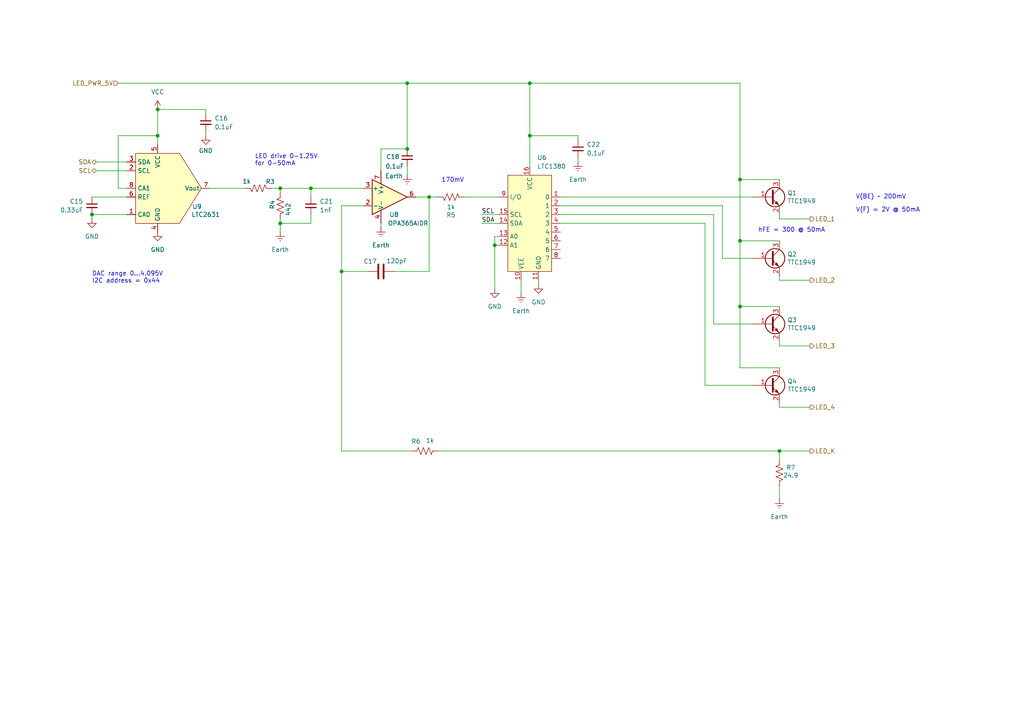
<source format=kicad_sch>
(kicad_sch (version 20250114) (generator "eeschema") (generator_version "9.0")
  (paper "A4")
  (lib_symbols
    (symbol "Amplifier_Operational:OPA365xxD" (pin_names (offset 0.127))
      (property "Reference" "U" (at 0 6.35 0))
      (property "Value" "OPA365xxD" (at 0 3.81 0))
      (symbol "OPA365xxD_0_1"
        (polyline (pts (xy -5.08 5.08) (xy 5.08 0) (xy -5.08 -5.08) (xy -5.08 5.08)) (stroke (width 0.254)) (fill (type background)))
      )
      (symbol "OPA365xxD_1_1"
        (pin input line (at -7.62 2.54 0) (length 2.54) (name "+") (number "3"))
        (pin input line (at -7.62 -2.54 0) (length 2.54) (name "-") (number "2"))
        (pin power_in line (at -2.54 7.62 270) (length 3.81) (name "V+") (number "7"))
        (pin no_connect line (at -2.54 2.54 270) (length 2.54) (hide yes) (name "NC") (number "1"))
        (pin power_in line (at -2.54 -7.62 90) (length 3.81) (name "V-") (number "4"))
        (pin no_connect line (at 0 2.54 270) (length 2.54) (hide yes) (name "NC") (number "5"))
        (pin no_connect line (at 0 -2.54 90) (length 2.54) (hide yes) (name "NC") (number "8"))
        (pin output line (at 7.62 0 180) (length 2.54) (name "~") (number "6"))
      )
    )
    (symbol "Device:C" (pin_numbers (hide yes)) (pin_names (offset 0.254))
      (property "Reference" "C" (at 0.635 2.54 0))
      (property "Value" "C" (at 0.635 -2.54 0))
      (symbol "C_0_1"
        (polyline (pts (xy -2.032 0.762) (xy 2.032 0.762)) (stroke (width 0.508)))
        (polyline (pts (xy -2.032 -0.762) (xy 2.032 -0.762)) (stroke (width 0.508)))
      )
      (symbol "C_1_1"
        (pin passive line (at 0 3.81 270) (length 2.794) (name "~") (number "1"))
        (pin passive line (at 0 -3.81 90) (length 2.794) (name "~") (number "2"))
      )
    )
    (symbol "Device:C_Small" (pin_numbers (hide yes)) (pin_names (offset 0.254) (hide yes))
      (property "Reference" "C" (at 0.254 1.778 0))
      (property "Value" "C_Small" (at 0.254 -2.032 0))
      (symbol "C_Small_0_1"
        (polyline (pts (xy -1.524 0.508) (xy 1.524 0.508)) (stroke (width 0.3048)))
        (polyline (pts (xy -1.524 -0.508) (xy 1.524 -0.508)) (stroke (width 0.3302)))
      )
      (symbol "C_Small_1_1"
        (pin passive line (at 0 2.54 270) (length 2.032) (name "~") (number "1"))
        (pin passive line (at 0 -2.54 90) (length 2.032) (name "~") (number "2"))
      )
    )
    (symbol "Device:R_US" (pin_numbers (hide yes)) (pin_names (offset 0))
      (property "Reference" "R" (at 2.54 0 90))
      (property "Value" "R_US" (at -2.54 0 90))
      (symbol "R_US_0_1"
        (polyline (pts (xy 0 2.286) (xy 0 2.54)))
        (polyline (pts (xy 0 2.286) (xy 1.016 1.905) (xy 0 1.524) (xy -1.016 1.143) (xy 0 0.762)))
        (polyline (pts (xy 0 0.762) (xy 1.016 0.381) (xy 0 0) (xy -1.016 -0.381) (xy 0 -0.762)))
        (polyline (pts (xy 0 -0.762) (xy 1.016 -1.143) (xy 0 -1.524) (xy -1.016 -1.905) (xy 0 -2.286)))
        (polyline (pts (xy 0 -2.286) (xy 0 -2.54)))
      )
      (symbol "R_US_1_1"
        (pin passive line (at 0 3.81 270) (length 1.27) (name "~") (number "1"))
        (pin passive line (at 0 -3.81 90) (length 1.27) (name "~") (number "2"))
      )
    )
    (symbol "my_BJT:TTC1949" (pin_names (offset 0) (hide yes))
      (property "Reference" "Q1" (at 4.8514 1.1684 0))
      (property "Value" "TTC1949" (at 4.8514 -1.143 0))
      (symbol "TTC1949_0_1"
        (polyline (pts (xy 0.635 1.905) (xy 0.635 -1.905) (xy 0.635 -1.905)) (stroke (width 0.508)))
        (polyline (pts (xy 0.635 0.635) (xy 2.54 2.54)))
        (polyline (pts (xy 0.635 -0.635) (xy 2.54 -2.54) (xy 2.54 -2.54)))
        (circle (center 1.27 0) (radius 2.8194) (stroke (width 0.254)))
        (polyline (pts (xy 1.27 -1.778) (xy 1.778 -1.27) (xy 2.286 -2.286) (xy 1.27 -1.778) (xy 1.27 -1.778)) (fill (type outline)))
      )
      (symbol "TTC1949_1_1"
        (pin input line (at -5.08 0 0) (length 5.715) (name "B") (number "1"))
        (pin passive line (at 2.54 5.08 270) (length 2.54) (name "C") (number "3"))
        (pin passive line (at 2.54 -5.08 90) (length 2.54) (name "E") (number "2"))
      )
    )
    (symbol "my_LTC1380:LTC1380"
      (property "Reference" "U" (at 9.652 9.144 0))
      (symbol "LTC1380_1_1"
        (rectangle (start 0 6.35) (end 12.7 -21.59) (fill (type background)))
        (pin bidirectional line (at -2.54 0 0) (length 2.54) (name "I/O") (number "9"))
        (pin bidirectional line (at -2.54 -5.08 0) (length 2.54) (name "SCL") (number "15"))
        (pin bidirectional line (at -2.54 -7.62 0) (length 2.54) (name "SDA") (number "14"))
        (pin input line (at -2.54 -11.43 0) (length 2.54) (name "A0") (number "13"))
        (pin input line (at -2.54 -13.97 0) (length 2.54) (name "A1") (number "12"))
        (pin power_in line (at 3.81 -24.13 90) (length 2.54) (name "VEE") (number "10"))
        (pin power_in line (at 6.35 8.89 270) (length 2.54) (name "VCC") (number "16"))
        (pin power_out line (at 8.89 -24.13 90) (length 2.54) (name "GND") (number "11"))
        (pin bidirectional line (at 15.24 0 180) (length 2.54) (name "0") (number "1"))
        (pin bidirectional line (at 15.24 -2.54 180) (length 2.54) (name "1") (number "2"))
        (pin bidirectional line (at 15.24 -5.08 180) (length 2.54) (name "2") (number "3"))
        (pin bidirectional line (at 15.24 -7.62 180) (length 2.54) (name "3") (number "4"))
        (pin bidirectional line (at 15.24 -10.16 180) (length 2.54) (name "4") (number "5"))
        (pin bidirectional line (at 15.24 -12.7 180) (length 2.54) (name "5") (number "6"))
        (pin bidirectional line (at 15.24 -15.24 180) (length 2.54) (name "6") (number "7"))
        (pin bidirectional line (at 15.24 -17.78 180) (length 2.54) (name "7") (number "8"))
      )
    )
    (symbol "my_LTC2631:LTC2631"
      (property "Reference" "U9" (at 17.78 -16.764 0))
      (property "Value" "LTC2631" (at 20.32 -19.05 0))
      (symbol "LTC2631_1_1"
        (polyline (pts (xy 19.05 -11.43) (xy 12.7 -1.27) (xy 0 -1.27) (xy 0 -21.59) (xy 12.7 -21.59) (xy 19.05 -11.43)) (fill (type background)))
        (pin passive line (at -2.54 -3.81 0) (length 2.54) (name "SDA") (number "3"))
        (pin passive line (at -2.54 -6.35 0) (length 2.54) (name "SCL") (number "2"))
        (pin passive line (at -2.54 -11.43 0) (length 2.54) (name "CA1") (number "8"))
        (pin passive line (at -2.54 -13.97 0) (length 2.54) (name "REF") (number "6"))
        (pin passive line (at -2.54 -19.05 0) (length 2.54) (name "CA0") (number "1"))
        (pin passive line (at 6.35 1.27 270) (length 2.54) (name "VCC") (number "5"))
        (pin passive line (at 6.35 -24.13 90) (length 2.54) (name "GND") (number "4"))
        (pin passive line (at 21.59 -11.43 180) (length 2.54) (name "Vout") (number "7"))
      )
    )
    (symbol "power:Earth" (power) (pin_numbers (hide yes)) (pin_names (offset 0) (hide yes))
      (property "Value" "Earth" (at 0 -3.81 0))
      (symbol "Earth_0_1"
        (polyline (pts (xy -0.635 -1.905) (xy 0.635 -1.905)))
        (polyline (pts (xy -0.127 -2.54) (xy 0.127 -2.54)))
        (polyline (pts (xy 0 -1.27) (xy 0 0)))
        (polyline (pts (xy 1.27 -1.27) (xy -1.27 -1.27)))
      )
      (symbol "Earth_1_1"
        (pin power_in line (at 0 0 270) (length 0) (name "~") (number "1"))
      )
    )
    (symbol "power:GND" (power) (pin_numbers (hide yes)) (pin_names (offset 0) (hide yes))
      (property "Value" "GND" (at 0 -3.81 0))
      (symbol "GND_0_1"
        (polyline (pts (xy 0 0) (xy 0 -1.27) (xy 1.27 -1.27) (xy 0 -2.54) (xy -1.27 -1.27) (xy 0 -1.27)))
      )
      (symbol "GND_1_1"
        (pin power_in line (at 0 0 270) (length 0) (name "~") (number "1"))
      )
    )
    (symbol "power:VCC" (power) (pin_numbers (hide yes)) (pin_names (offset 0) (hide yes))
      (property "Value" "VCC" (at 0 3.556 0))
      (symbol "VCC_0_1"
        (polyline (pts (xy -0.762 1.27) (xy 0 2.54)))
        (polyline (pts (xy 0 2.54) (xy 0.762 1.27)))
        (polyline (pts (xy 0 0) (xy 0 2.54)))
      )
      (symbol "VCC_1_1"
        (pin power_in line (at 0 0 90) (length 0) (name "~") (number "1"))
      )
    )
  )
  (text "DAC range 0...4.095V\nI2C address = 0x44" (at 26.67 82.296 0) (effects (font (size 1.27 1.27)) (justify left bottom)))
  (text "LED drive 0-1.25V\nfor 0-50mA" (at 73.914 46.482 0) (effects (font (size 1.27 1.27)) (justify left)))
  (text "V(BE) ~ 200mV" (at 255.524 57.15 0) (effects (font (size 1.27 1.27))))
  (text "170mV" (at 131.318 52.324 0) (effects (font (size 1.27 1.27))))
  (text "V(F) = 2V @ 50mA" (at 257.556 60.96 0) (effects (font (size 1.27 1.27))))
  (text "hFE = 300 @ 50mA" (at 229.616 66.802 0) (effects (font (size 1.27 1.27))))
  (junction (at 81.28 64.77))
  (junction (at 45.72 39.37))
  (junction (at 45.72 31.75))
  (junction (at 226.06 130.81))
  (junction (at 81.28 54.61))
  (junction (at 26.67 62.23))
  (junction (at 124.46 57.15))
  (junction (at 214.63 52.07))
  (junction (at 214.63 69.85))
  (junction (at 153.67 24.13))
  (junction (at 118.11 24.13))
  (junction (at 153.67 39.37))
  (junction (at 143.51 71.12))
  (junction (at 90.17 54.61))
  (junction (at 99.06 78.74))
  (junction (at 118.11 43.18))
  (junction (at 214.63 88.9))
  (wire (pts (xy 162.56 64.77) (xy 204.47 64.77)))
  (wire (pts (xy 204.47 64.77) (xy 204.47 111.76)))
  (wire (pts (xy 143.51 68.58) (xy 143.51 71.12)))
  (wire (pts (xy 118.11 43.18) (xy 118.11 24.13)))
  (wire (pts (xy 214.63 24.13) (xy 214.63 52.07)))
  (wire (pts (xy 81.28 67.31) (xy 81.28 64.77)))
  (wire (pts (xy 99.06 78.74) (xy 99.06 130.81)))
  (wire (pts (xy 81.28 64.77) (xy 90.17 64.77)))
  (wire (pts (xy 214.63 52.07) (xy 226.06 52.07)))
  (wire (pts (xy 162.56 62.23) (xy 207.01 62.23)))
  (wire (pts (xy 153.67 24.13) (xy 214.63 24.13)))
  (wire (pts (xy 226.06 62.23) (xy 226.06 63.5)))
  (wire (pts (xy 214.63 106.68) (xy 214.63 88.9)))
  (wire (pts (xy 143.51 71.12) (xy 143.51 83.82)))
  (wire (pts (xy 99.06 78.74) (xy 99.06 59.69)))
  (wire (pts (xy 153.67 24.13) (xy 153.67 39.37)))
  (wire (pts (xy 45.72 31.75) (xy 45.72 39.37)))
  (wire (pts (xy 226.06 116.84) (xy 226.06 118.11)))
  (wire (pts (xy 27.94 49.53) (xy 36.83 49.53)))
  (wire (pts (xy 110.49 43.18) (xy 110.49 49.53)))
  (wire (pts (xy 99.06 78.74) (xy 106.68 78.74)))
  (wire (pts (xy 209.55 59.69) (xy 209.55 74.93)))
  (wire (pts (xy 167.64 40.64) (xy 167.64 39.37)))
  (wire (pts (xy 156.21 81.28) (xy 156.21 82.55)))
  (wire (pts (xy 153.67 39.37) (xy 153.67 48.26)))
  (wire (pts (xy 27.94 46.99) (xy 36.83 46.99)))
  (wire (pts (xy 81.28 54.61) (xy 90.17 54.61)))
  (wire (pts (xy 81.28 63.5) (xy 81.28 64.77)))
  (wire (pts (xy 226.06 130.81) (xy 226.06 133.35)))
  (wire (pts (xy 90.17 54.61) (xy 90.17 57.15)))
  (wire (pts (xy 26.67 57.15) (xy 36.83 57.15)))
  (wire (pts (xy 110.49 43.18) (xy 118.11 43.18)))
  (wire (pts (xy 118.11 48.26) (xy 118.11 50.8)))
  (wire (pts (xy 139.7 64.77) (xy 144.78 64.77)))
  (wire (pts (xy 214.63 88.9) (xy 226.06 88.9)))
  (wire (pts (xy 124.46 57.15) (xy 127 57.15)))
  (wire (pts (xy 110.49 64.77) (xy 110.49 66.04)))
  (wire (pts (xy 226.06 140.97) (xy 226.06 144.78)))
  (wire (pts (xy 144.78 68.58) (xy 143.51 68.58)))
  (wire (pts (xy 207.01 62.23) (xy 207.01 93.98)))
  (wire (pts (xy 120.65 57.15) (xy 124.46 57.15)))
  (wire (pts (xy 59.69 33.02) (xy 59.69 31.75)))
  (wire (pts (xy 78.74 54.61) (xy 81.28 54.61)))
  (wire (pts (xy 214.63 69.85) (xy 214.63 52.07)))
  (wire (pts (xy 226.06 99.06) (xy 226.06 100.33)))
  (wire (pts (xy 127 130.81) (xy 226.06 130.81)))
  (wire (pts (xy 26.67 62.23) (xy 36.83 62.23)))
  (wire (pts (xy 99.06 59.69) (xy 105.41 59.69)))
  (wire (pts (xy 143.51 71.12) (xy 144.78 71.12)))
  (wire (pts (xy 151.13 81.28) (xy 151.13 85.09)))
  (wire (pts (xy 34.29 54.61) (xy 34.29 39.37)))
  (wire (pts (xy 214.63 88.9) (xy 214.63 69.85)))
  (wire (pts (xy 114.3 78.74) (xy 124.46 78.74)))
  (wire (pts (xy 226.06 81.28) (xy 234.95 81.28)))
  (wire (pts (xy 59.69 39.37) (xy 59.69 38.1)))
  (wire (pts (xy 45.72 31.75) (xy 59.69 31.75)))
  (wire (pts (xy 34.29 39.37) (xy 45.72 39.37)))
  (wire (pts (xy 81.28 54.61) (xy 81.28 55.88)))
  (wire (pts (xy 209.55 74.93) (xy 218.44 74.93)))
  (wire (pts (xy 162.56 59.69) (xy 209.55 59.69)))
  (wire (pts (xy 119.38 130.81) (xy 99.06 130.81)))
  (wire (pts (xy 34.29 24.13) (xy 118.11 24.13)))
  (wire (pts (xy 162.56 57.15) (xy 218.44 57.15)))
  (wire (pts (xy 26.67 63.5) (xy 26.67 62.23)))
  (wire (pts (xy 226.06 130.81) (xy 234.95 130.81)))
  (wire (pts (xy 226.06 63.5) (xy 234.95 63.5)))
  (wire (pts (xy 204.47 111.76) (xy 218.44 111.76)))
  (wire (pts (xy 134.62 57.15) (xy 144.78 57.15)))
  (wire (pts (xy 226.06 100.33) (xy 234.95 100.33)))
  (wire (pts (xy 226.06 118.11) (xy 234.95 118.11)))
  (wire (pts (xy 139.7 62.23) (xy 144.78 62.23)))
  (wire (pts (xy 90.17 62.23) (xy 90.17 64.77)))
  (wire (pts (xy 118.11 24.13) (xy 153.67 24.13)))
  (wire (pts (xy 207.01 93.98) (xy 218.44 93.98)))
  (wire (pts (xy 214.63 106.68) (xy 226.06 106.68)))
  (wire (pts (xy 167.64 46.99) (xy 167.64 45.72)))
  (wire (pts (xy 60.96 54.61) (xy 71.12 54.61)))
  (wire (pts (xy 153.67 39.37) (xy 167.64 39.37)))
  (wire (pts (xy 226.06 80.01) (xy 226.06 81.28)))
  (wire (pts (xy 214.63 69.85) (xy 226.06 69.85)))
  (wire (pts (xy 124.46 78.74) (xy 124.46 57.15)))
  (wire (pts (xy 90.17 54.61) (xy 105.41 54.61)))
  (wire (pts (xy 45.72 39.37) (xy 45.72 41.91)))
  (wire (pts (xy 36.83 54.61) (xy 34.29 54.61)))
  (label "SCL" (at 139.7 62.23 0))
  (label "SDA" (at 139.7 64.77 0))
  (hierarchical_label "LED_K" (shape output) (at 234.95 130.81 0))
  (hierarchical_label "LED_PWR_5V" (shape input) (at 34.29 24.13 180))
  (hierarchical_label "LED_1" (shape output) (at 234.95 63.5 0))
  (hierarchical_label "LED_2" (shape output) (at 234.95 81.28 0))
  (hierarchical_label "SDA" (shape bidirectional) (at 27.94 46.99 180))
  (hierarchical_label "LED_3" (shape output) (at 234.95 100.33 0))
  (hierarchical_label "SCL" (shape bidirectional) (at 27.94 49.53 180))
  (hierarchical_label "LED_4" (shape output) (at 234.95 118.11 0))
  (symbol (lib_id "Device:R_US") (at 123.19 130.81 270) (unit 1)
    (property "Reference" "R6" (at 120.65 128.016 90))
    (property "Value" "1k" (at 124.714 127.762 90))
    (property "Footprint" "Resistor_SMD:R_0805_2012Metric_Pad1.20x1.40mm_HandSolder" (effects (hide yes)))
    (property "Description" "Resistor, US symbol" (effects (hide yes)))
    (property "DigikeyNumber" "541-1.00KCCT-ND" (effects (hide yes)))
    (property "ManufacturerNumber" "CRCW08051K00FKEA" (effects (hide yes)))
  )
  (symbol (lib_id "Device:R_US") (at 130.81 57.15 270) (mirror x) (unit 1)
    (property "Reference" "R5" (at 130.81 62.357 90))
    (property "Value" "1k" (at 130.81 60.0456 90))
    (property "Footprint" "Resistor_SMD:R_0805_2012Metric_Pad1.20x1.40mm_HandSolder" (effects (hide yes)))
    (property "Description" "Resistor, US symbol" (effects (hide yes)))
    (property "DigikeyNumber" "541-1.00KCCT-ND" (effects (hide yes)))
    (property "ManufacturerNumber" "CRCW08051K00FKEA" (effects (hide yes)))
  )
  (symbol (lib_id "Device:R_US") (at 226.06 137.16 0) (mirror x) (unit 1)
    (property "Reference" "R7" (at 229.362 134.874 0) (effects (justify bottom)))
    (property "Value" "24.9" (at 229.362 137.16 0) (effects (justify bottom)))
    (property "Footprint" "Resistor_SMD:R_1206_3216Metric" (effects (hide yes)))
    (property "Description" "Resistor, US symbol" (effects (hide yes)))
    (property "DigikeyNumber" "541-CRCW120624R9FKEAHPCT-ND" (effects (hide yes)))
    (property "ManufacturerNumber" "CRCW120624R9FKEAHP" (effects (hide yes)))
  )
  (symbol (lib_id "my_BJT:TTC1949") (at 223.52 57.15 0) (unit 1)
    (property "Reference" "Q1" (at 228.3714 55.9816 0) (effects (justify left)))
    (property "Value" "TTC1949" (at 228.3714 58.293 0) (effects (justify left)))
    (property "Footprint" "Package_TO_SOT_SMD:SC-59" (effects (hide yes)))
    (property "DigikeyNumber" "TTC1949-GRLFCT-ND" (effects (hide yes)))
    (property "ManufacturerNumber" "TTC1949-GR,LF" (effects (hide yes)))
  )
  (symbol (lib_id "my_LTC1380:LTC1380") (at 147.32 57.15 0) (unit 1)
    (property "Reference" "U6" (at 155.8133 45.72 0) (effects (justify left)))
    (property "Value" "LTC1380" (at 155.8133 48.26 0) (effects (justify left)))
    (property "Footprint" "Package_SO:SOIC-16_3.9x9.9mm_P1.27mm" (effects (hide yes)))
    (property "DigikeyNumber" "505-LTC1380CS#PBF-ND" (effects (hide yes)))
    (property "ManufacturerNumber" "LTC1380CS#PBF" (effects (hide yes)))
  )
  (symbol (lib_id "my_BJT:TTC1949") (at 223.52 93.98 0) (unit 1)
    (property "Reference" "Q3" (at 228.3714 92.8116 0) (effects (justify left)))
    (property "Value" "TTC1949" (at 228.3714 95.123 0) (effects (justify left)))
    (property "Footprint" "Package_TO_SOT_SMD:SC-59" (effects (hide yes)))
    (property "DigikeyNumber" "TTC1949-GRLFCT-ND" (effects (hide yes)))
    (property "ManufacturerNumber" "TTC1949-GR,LF" (effects (hide yes)))
  )
  (symbol (lib_id "power:GND") (at 143.51 83.82 0) (unit 1)
    (property "Reference" "#PWR048" (effects (hide yes)))
    (property "Value" "GND" (at 143.51 88.9 0))
    (property "Description" "Power symbol creates a global label with name \"GND\" , ground" (effects (hide yes)))
  )
  (symbol (lib_id "power:Earth") (at 167.64 46.99 0) (unit 1)
    (property "Reference" "#PWR039" (effects (hide yes)))
    (property "Value" "Earth" (at 167.64 52.07 0))
    (property "Description" "Power symbol creates a global label with name \"Earth\"" (effects (hide yes)))
  )
  (symbol (lib_id "power:Earth") (at 81.28 67.31 0) (unit 1)
    (property "Reference" "#PWR033" (effects (hide yes)))
    (property "Value" "Earth" (at 81.28 72.39 0))
    (property "Description" "Power symbol creates a global label with name \"Earth\"" (effects (hide yes)))
  )
  (symbol (lib_id "power:GND") (at 45.72 67.31 0) (unit 1)
    (property "Reference" "#PWR038" (effects (hide yes)))
    (property "Value" "GND" (at 45.72 72.39 0))
    (property "Description" "Power symbol creates a global label with name \"GND\" , ground" (effects (hide yes)))
  )
  (symbol (lib_id "Device:R_US") (at 81.28 59.69 0) (mirror y) (unit 1)
    (property "Reference" "R4" (at 78.994 59.3598 90))
    (property "Value" "442" (at 83.5914 60.7568 90))
    (property "Footprint" "Resistor_SMD:R_0805_2012Metric_Pad1.20x1.40mm_HandSolder" (effects (hide yes)))
    (property "Description" "Resistor, US symbol" (effects (hide yes)))
    (property "DigikeyNumber" "311-442CRCT-ND" (effects (hide yes)))
    (property "ManufacturerNumber" "RC0805FR-07442RL" (effects (hide yes)))
  )
  (symbol (lib_id "power:GND") (at 26.67 63.5 0) (unit 1)
    (property "Reference" "#PWR031" (effects (hide yes)))
    (property "Value" "GND" (at 26.67 68.58 0))
    (property "Description" "Power symbol creates a global label with name \"GND\" , ground" (effects (hide yes)))
  )
  (symbol (lib_id "power:Earth") (at 226.06 144.78 0) (unit 1)
    (property "Reference" "#PWR037" (effects (hide yes)))
    (property "Value" "Earth" (at 226.06 149.86 0))
    (property "Description" "Power symbol creates a global label with name \"Earth\"" (effects (hide yes)))
  )
  (symbol (lib_id "my_BJT:TTC1949") (at 223.52 111.76 0) (unit 1)
    (property "Reference" "Q4" (at 228.3714 110.5916 0) (effects (justify left)))
    (property "Value" "TTC1949" (at 228.3714 112.903 0) (effects (justify left)))
    (property "Footprint" "Package_TO_SOT_SMD:SC-59" (effects (hide yes)))
    (property "DigikeyNumber" "TTC1949-GRLFCT-ND" (effects (hide yes)))
    (property "ManufacturerNumber" "TTC1949-GR,LF" (effects (hide yes)))
  )
  (symbol (lib_id "Device:C_Small") (at 118.11 45.72 0) (unit 1)
    (property "Reference" "C18" (at 112.014 45.466 0) (effects (justify left)))
    (property "Value" "0.1uF" (at 111.76 48.26 0) (effects (justify left)))
    (property "Footprint" "Capacitor_SMD:C_0805_2012Metric_Pad1.18x1.45mm_HandSolder" (effects (hide yes)))
    (property "Description" "Unpolarized capacitor, small symbol" (effects (hide yes)))
    (property "DigikeyNumber" "478-KGM21NR71H104KTCT-ND" (effects (hide yes)))
    (property "ManufacturerNumber" "KGM21NR71H104KT" (effects (hide yes)))
  )
  (symbol (lib_id "power:VCC") (at 45.72 31.75 0) (unit 1)
    (property "Reference" "#PWR047" (effects (hide yes)))
    (property "Value" "VCC" (at 45.72 26.67 0))
    (property "Description" "Power symbol creates a global label with name \"VCC\"" (effects (hide yes)))
  )
  (symbol (lib_id "power:Earth") (at 110.49 66.04 0) (unit 1)
    (property "Reference" "#PWR035" (effects (hide yes)))
    (property "Value" "Earth" (at 110.49 71.12 0))
    (property "Description" "Power symbol creates a global label with name \"Earth\"" (effects (hide yes)))
  )
  (symbol (lib_id "power:Earth") (at 118.11 50.8 0) (unit 1)
    (property "Reference" "#PWR036" (effects (hide yes)))
    (property "Value" "Earth" (at 114.3 51.054 0))
    (property "Description" "Power symbol creates a global label with name \"Earth\"" (effects (hide yes)))
  )
  (symbol (lib_id "Device:C_Small") (at 90.17 59.69 0) (unit 1)
    (property "Reference" "C21" (at 92.71 58.4263 0) (effects (justify left)))
    (property "Value" "1nF" (at 92.71 60.9663 0) (effects (justify left)))
    (property "Footprint" "Capacitor_SMD:C_0805_2012Metric_Pad1.18x1.45mm_HandSolder" (effects (hide yes)))
    (property "Description" "Unpolarized capacitor, small symbol" (effects (hide yes)))
    (property "DigikeyNumber" "399-C0805C102J5GACTUCT-ND" (effects (hide yes)))
    (property "ManufacturerNumber" "C0805C102J5GACTU" (effects (hide yes)))
  )
  (symbol (lib_id "my_LTC2631:LTC2631") (at 39.37 43.18 0) (unit 1)
    (property "Reference" "U9" (at 57.15 59.944 0))
    (property "Value" "LTC2631" (at 59.69 62.23 0))
    (property "Footprint" "Package_TO_SOT_SMD:TSOT-23-8" (effects (hide yes)))
    (property "Datasheet" "https://www.analog.com/media/en/technical-documentation/data-sheets/2631fd.pdf" (effects (hide yes)))
    (property "DigikeyNumber" "LTC2631CTS8-HZ12#TRMPBFCT-ND" (effects (hide yes)))
    (property "ManufacturerNumber" "LTC2631CTS8-HZ12#TRMPBF" (effects (hide yes)))
  )
  (symbol (lib_id "Device:C_Small") (at 167.64 43.18 0) (unit 1)
    (property "Reference" "C22" (at 170.18 41.9163 0) (effects (justify left)))
    (property "Value" "0.1uF" (at 170.18 44.4563 0) (effects (justify left)))
    (property "Footprint" "Capacitor_SMD:C_0805_2012Metric_Pad1.18x1.45mm_HandSolder" (effects (hide yes)))
    (property "Description" "Unpolarized capacitor, small symbol" (effects (hide yes)))
    (property "DigikeyNumber" "478-KGM21NR71H104KTCT-ND" (effects (hide yes)))
    (property "ManufacturerNumber" "KGM21NR71H104KT" (effects (hide yes)))
  )
  (symbol (lib_id "Device:C_Small") (at 26.67 59.69 0) (mirror y) (unit 1)
    (property "Reference" "C15" (at 24.13 58.4263 0) (effects (justify left)))
    (property "Value" "0.33uF" (at 24.13 60.9663 0) (effects (justify left)))
    (property "Footprint" "Capacitor_SMD:C_0805_2012Metric_Pad1.18x1.45mm_HandSolder" (effects (hide yes)))
    (property "Description" "Unpolarized capacitor, small symbol" (effects (hide yes)))
    (property "DigikeyNumber" "1276-1123-1-ND" (effects (hide yes)))
    (property "ManufacturerNumber" "CL21B334KBFNNNE" (effects (hide yes)))
  )
  (symbol (lib_id "power:Earth") (at 151.13 85.09 0) (unit 1)
    (property "Reference" "#PWR029" (effects (hide yes)))
    (property "Value" "Earth" (at 151.13 90.17 0))
    (property "Description" "Power symbol creates a global label with name \"Earth\"" (effects (hide yes)))
  )
  (symbol (lib_id "Device:C") (at 110.49 78.74 90) (unit 1)
    (property "Reference" "C17" (at 109.3216 75.819 90) (effects (justify left)))
    (property "Value" "120pF" (at 118.11 75.692 90) (effects (justify left)))
    (property "Footprint" "Capacitor_SMD:C_0805_2012Metric_Pad1.18x1.45mm_HandSolder" (effects (hide yes)))
    (property "Description" "Unpolarized capacitor" (effects (hide yes)))
    (property "DigikeyNumber" "399-C0805C121J3GACTUCT-ND" (effects (hide yes)))
    (property "ManufacturerNumber" "C0805C121J3GACTU" (effects (hide yes)))
  )
  (symbol (lib_id "power:GND") (at 59.69 39.37 0) (mirror y) (unit 1)
    (property "Reference" "#PWR034" (effects (hide yes)))
    (property "Value" "GND" (at 59.69 43.688 0))
    (property "Description" "Power symbol creates a global label with name \"GND\" , ground" (effects (hide yes)))
  )
  (symbol (lib_id "Amplifier_Operational:OPA365xxD") (at 113.03 57.15 0) (unit 1)
    (property "Reference" "U8" (at 114.3 62.23 0))
    (property "Value" "OPA365AIDR" (at 118.364 64.77 0))
    (property "Footprint" "Package_SO:SOIC-8_3.9x4.9mm_P1.27mm" (effects (hide yes)))
    (property "Datasheet" "http://www.ti.com/lit/ds/symlink/opa365.pdf" (effects (hide yes)))
    (property "Description" "50-MHz, Zero-Crossover, Low-Distortion, High CMRR, RRI/O, Single-Supply, SOIC-8" (effects (hide yes)))
    (property "DigikeyNumber" "296-46162-1-ND" (effects (hide yes)))
    (property "ManufacturerNumber" "OPA365AIDR" (effects (hide yes)))
  )
  (symbol (lib_id "my_BJT:TTC1949") (at 223.52 74.93 0) (unit 1)
    (property "Reference" "Q2" (at 228.3714 73.7616 0) (effects (justify left)))
    (property "Value" "TTC1949" (at 228.3714 76.073 0) (effects (justify left)))
    (property "Footprint" "Package_TO_SOT_SMD:SC-59" (effects (hide yes)))
    (property "DigikeyNumber" "TTC1949-GRLFCT-ND" (effects (hide yes)))
    (property "ManufacturerNumber" "TTC1949-GR,LF" (effects (hide yes)))
  )
  (symbol (lib_id "Device:R_US") (at 74.93 54.61 270) (mirror x) (unit 1)
    (property "Reference" "R3" (at 78.3844 52.6796 90))
    (property "Value" "1k" (at 71.5518 52.6034 90))
    (property "Footprint" "Resistor_SMD:R_0805_2012Metric_Pad1.20x1.40mm_HandSolder" (effects (hide yes)))
    (property "Description" "Resistor, US symbol" (effects (hide yes)))
    (property "DigikeyNumber" "541-1.00KCCT-ND" (effects (hide yes)))
    (property "ManufacturerNumber" "CRCW08051K00FKEA" (effects (hide yes)))
  )
  (symbol (lib_id "Device:C_Small") (at 59.69 35.56 0) (unit 1)
    (property "Reference" "C16" (at 62.23 34.2963 0) (effects (justify left)))
    (property "Value" "0.1uF" (at 62.23 36.8363 0) (effects (justify left)))
    (property "Footprint" "Capacitor_SMD:C_0805_2012Metric_Pad1.18x1.45mm_HandSolder" (effects (hide yes)))
    (property "Description" "Unpolarized capacitor, small symbol" (effects (hide yes)))
    (property "DigikeyNumber" "478-KGM21NR71H104KTCT-ND" (effects (hide yes)))
    (property "ManufacturerNumber" "KGM21NR71H104KT" (effects (hide yes)))
  )
  (symbol (lib_id "power:GND") (at 156.21 82.55 0) (unit 1)
    (property "Reference" "#PWR049" (effects (hide yes)))
    (property "Value" "GND" (at 156.21 87.63 0))
    (property "Description" "Power symbol creates a global label with name \"GND\" , ground" (effects (hide yes)))
  )
)
</source>
